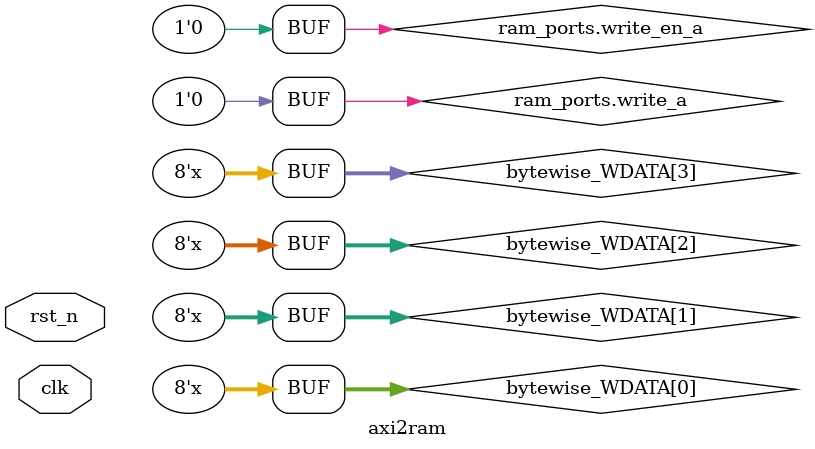
<source format=sv>
module axi2ram
#(
    parameter ID_W_WIDTH = 4,
    parameter ID_R_WIDTH = 4,
    parameter ADDR_WIDTH = 16,
    parameter DATA_WIDTH = 32,
    parameter BYTE_WIDTH = 8
)
(
	input clk, rst_n,
    ram_if.m ram_ports,
    axi_if.s axi_s

);

    enum { READING_ADDRESS, REQUESTING_DATA, RESPONDING }
    r_state, r_state_next,
    w_state,  w_state_next;

    localparam bytewise_width = DATA_WIDTH/8;
    logic [7:0] bytewise_RDATA [bytewise_width-1:0];
    logic [7:0] bytewise_WDATA [bytewise_width-1:0];

    generate
        genvar gen_i, gen_j;
        for (gen_i = 0; gen_i < bytewise_width; gen_i++) begin : i_bytewise_generate_block
            for (gen_j = 0; gen_j < 8; gen_j++) begin : j_bytewise_generate_block
                assign axi_s.RDATA[gen_i*8 + gen_j] = bytewise_RDATA[gen_i][gen_j];
                assign bytewise_WDATA[gen_i][gen_j] = axi_s.WDATA[gen_i*8 + gen_j];
            end
        end
    endgenerate

    // AR channel 
    logic [ID_W_WIDTH-1:0] ARID;
    logic [ADDR_WIDTH-1:0] ARADDR;
    logic [7:0] ARLEN;
    logic [bytewise_width-1:0] ARSIZE;
    logic [bytewise_width  :0] ARSIZE_CUR;
    logic [1:0] ARBURST;

    // AW channel 
    logic [ID_W_WIDTH-1:0] AWID;
    logic [ADDR_WIDTH-1:0] AWADDR;
    logic [7:0] AWLEN;
    logic [bytewise_width-1:0] AWSIZE;
    logic [bytewise_width-1:0] AWSIZE_CUR;
    logic [1:0] AWBURST;

    always_ff @( posedge clk or negedge rst_n ) begin : StateSwitchBlock
        if(!rst_n) begin            
            r_state <= READING_ADDRESS;
            w_state <= READING_ADDRESS;
        end else begin
            r_state <= r_state_next;
            w_state <= w_state_next;
        end
    end : StateSwitchBlock

    always_comb begin : FSMOutputBlock

        axi_s.ARREADY = 1'b0;
        axi_s.RVALID = 1'b0;
        r_state_next = READING_ADDRESS;
        ram_ports.addr_a = ARADDR;
        axi_s.RLAST = 1'b0;
        axi_s.RID = ARID;
        ram_ports.write_en_a = 1'b0;
        ram_ports.write_a = '0;

        case (r_state)
            READING_ADDRESS: begin
                r_state_next = READING_ADDRESS;
                axi_s.ARREADY = 1'b1;
                if(axi_s.ARVALID)
                    r_state_next = REQUESTING_DATA;
            end
            REQUESTING_DATA: begin  
                r_state_next = REQUESTING_DATA;
                if(ARSIZE_CUR == ARSIZE) begin
                    r_state_next = RESPONDING;
                end
            end
            RESPONDING: begin
                r_state_next = RESPONDING;
                axi_s.RVALID = 1'b1;
                if(axi_s.RREADY) begin
                    r_state_next = REQUESTING_DATA;
                end
                if(ARLEN == 8'o0) begin
                    axi_s.RLAST = 1'b1;
                    if(axi_s.RREADY)
                        r_state_next = READING_ADDRESS;
                end
            end
            default:;
        endcase
        
        axi_s.AWREADY = 1'b0;
        axi_s.WREADY = 1'b0;
        w_state_next = READING_ADDRESS;
        ram_ports.write_en_b = 1'b0;
        ram_ports.addr_b = AWADDR;
        ram_ports.write_b = bytewise_WDATA[AWSIZE_CUR];
        axi_s.BID = AWID;
        axi_s.BVALID = 1'b0;

        case (w_state)
            READING_ADDRESS: begin
                w_state_next = READING_ADDRESS;
                axi_s.AWREADY = 1'b1;
                if(axi_s.AWVALID)
                    w_state_next = REQUESTING_DATA;
            end
            REQUESTING_DATA: begin
                w_state_next = REQUESTING_DATA;
                if(axi_s.WVALID) begin
                    ram_ports.write_en_b = axi_s.WSTRB[AWSIZE_CUR];
                    if(AWSIZE_CUR == AWSIZE-1'b1) begin
                        if(AWLEN == 1'b0 || axi_s.WLAST) begin
                            w_state_next = RESPONDING;
                        end
                        axi_s.WREADY = 1'b1;
                    end
                end
            end
            RESPONDING: begin
                w_state_next = RESPONDING;
                axi_s.BVALID = 1'b1;
                if(axi_s.BREADY)
                    w_state_next = READING_ADDRESS;
            end
            default:;
        endcase

    end : FSMOutputBlock

    always_ff @( posedge clk or negedge rst_n ) begin : LogicBlock
    if(!rst_n) begin
        ARID <= '0;
        ARADDR <= '0;
        ARLEN <= '0;
        ARSIZE <= '0;
        ARSIZE_CUR <= '0;
        ARBURST <= '0;

        for(int i = 0; i < bytewise_width; i++)
            bytewise_RDATA[i] <= '0;

        AWID <= '0;
        AWADDR <= '0;
        AWLEN <= '0;
        AWSIZE <= '0;
        AWSIZE_CUR <= '0;
        AWBURST <= '0;

    end else begin
        case (r_state)
            READING_ADDRESS: begin
                ARID <= axi_s.ARID;
                ARADDR <= axi_s.ARADDR;
                ARLEN <= axi_s.ARLEN;
                ARSIZE <= 1'b1 << axi_s.ARSIZE;
                ARBURST <= axi_s.ARBURST;
            end
            REQUESTING_DATA: begin
                if(ARSIZE_CUR != 0)
                    bytewise_RDATA[ARSIZE_CUR-1] <= ram_ports.data_a;
                ARSIZE_CUR <= ARSIZE_CUR + 1'b1;
                if(ARSIZE_CUR == ARSIZE + 1'b1) begin
                    ARSIZE_CUR <= 1'b1;
                    ARLEN <= ARLEN - 1'b1;
                end
                // Address shift logic
                if(ARSIZE_CUR != ARSIZE)
                case (ARBURST)
                    2'b01: ARADDR <= ARADDR + 1'b1;
                    2'b10: begin
                        if(ARADDR + 1'b1 > 2**ADDR_WIDTH-1)
                            ARADDR <= '0;
                        else
                            ARADDR <= ARADDR + 1'b1;
                    end
                endcase
            end
            RESPONDING: begin
                ARSIZE_CUR <= 0;
                if(axi_s.RREADY)
                    for(int i = 0; i < bytewise_width; i++)
                        bytewise_RDATA[i] <= '0;
            end
            default:;
        endcase

        case (w_state)
            READING_ADDRESS: begin
                AWID <= axi_s.AWID;
                AWADDR <= axi_s.AWADDR;
                AWLEN <= axi_s.AWLEN;
                AWSIZE <= 1'b1 << axi_s.AWSIZE;
                AWBURST <= axi_s.AWBURST;
            end
            REQUESTING_DATA: begin
                if(axi_s.WVALID) begin
                    AWSIZE_CUR <= AWSIZE_CUR + 1'b1;
                    if(AWSIZE_CUR == AWSIZE - 1'b1) begin
                        AWSIZE_CUR <= '0;
                        AWLEN <= AWLEN - 1'b1;
                    end
                    // Address shift logic
                    case (AWBURST)
                        2'b01: AWADDR <= AWADDR + 1'b1;
                        2'b10: begin
                            if(AWADDR + 1'b1 > 2**ADDR_WIDTH-1)
                                AWADDR <= '0;
                            else
                                AWADDR <= AWADDR + 1'b1;
                        end
                    endcase
                end
            end
            default:;
        endcase

    end
    end : LogicBlock

endmodule : axi2ram

</source>
